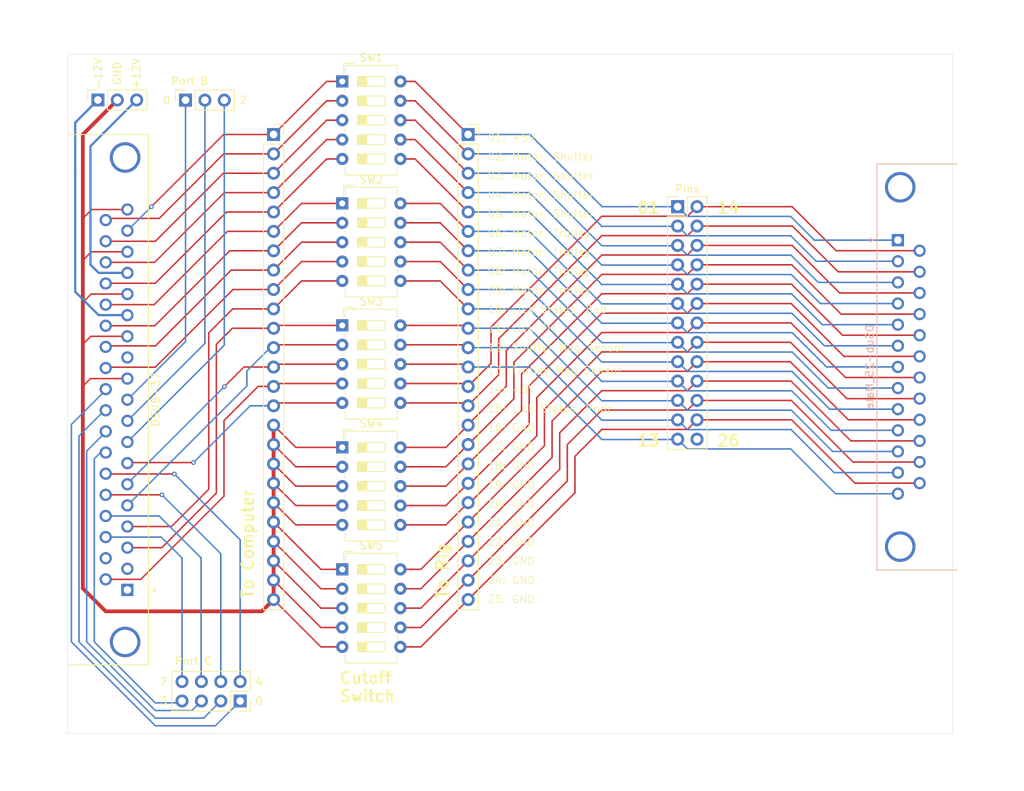
<source format=kicad_pcb>
(kicad_pcb (version 20240108) (generator "pcbnew") (generator_version "8.0")
  (layers (0 "F.Cu" signal) (31 "B.Cu" signal) (34 "B.Paste" user) (35 "F.Paste" user) (36 "B.SilkS" user "B.Silkscreen") (37 "F.SilkS" user "F.Silkscreen") (38 "B.Mask" user) (39 "F.Mask" user) (44 "Edge.Cuts" user))
  (net 0 "")
  (footprint "MountingHole:MountingHole_2mm" (layer "F.Cu") (at 231 54.5)
    (property "Reference" "REF**" (hide yes))
    (property "Value" "MountingHole_2mm")
  )
  (footprint "Connector_Dsub:DSUB-37_Female_Horizontal_P2.77x2.84mm_EdgePinOffset4.94mm_Housed_MountingHolesOffset7.48mm" (layer "F.Cu") (at 127.84 120.195 -90)
    (property "Reference" "DSUB-37")
    (property "Value" "DSUB-37_Female_Horizontal_P2.77x2.84mm_EdgePinOffset4.94mm_Housed_MountingHolesOffset7.48mm")
  )
  (footprint "Connector_PinSocket_2.54mm:PinSocket_1x25_P2.54mm_Vertical" (layer "F.Cu") (at 172.5 60.5)
    (property "Reference" "REF**" (hide yes))
    (property "Value" "PinSocket_1x25_P2.54mm_Vertical")
  )
  (footprint "Button_Switch_THT:SW_DIP_SPSTx05_Slide_6.7x14.26mm_W7.62mm_P2.54mm_LowProfile" (layer "F.Cu") (at 156 117.5)
    (property "Reference" "SW5")
    (property "Value" "SW_DIP_SPSTx05_Slide_6.7x14.26mm_W7.62mm_P2.54mm_LowProfile")
  )
  (footprint "Connector_PinHeader_2.54mm:PinHeader_2x13_P2.54mm_Vertical" (layer "F.Cu") (at 199.96 69.96)
    (property "Reference" "Pins")
    (property "Value" "PinHeader_2x13_P2.54mm_Vertical")
  )
  (footprint "MountingHole:MountingHole_2mm" (layer "F.Cu") (at 231 134.5)
    (property "Reference" "REF**" (hide yes))
    (property "Value" "MountingHole_2mm")
  )
  (footprint "Connector_PinSocket_2.54mm:PinSocket_1x03_P2.54mm_Vertical" (layer "F.Cu") (at 135.46 56 90)
    (property "Reference" "Port B")
    (property "Value" "PinSocket_1x03_P2.54mm_Vertical")
  )
  (footprint "Connector_PinSocket_2.54mm:PinSocket_2x04_P2.54mm_Vertical" (layer "F.Cu") (at 142.62 134.749999 -90)
    (property "Reference" "Port C")
    (property "Value" "PinSocket_2x04_P2.54mm_Vertical")
  )
  (footprint "Button_Switch_THT:SW_DIP_SPSTx05_Slide_6.7x14.26mm_W7.62mm_P2.54mm_LowProfile" (layer "F.Cu") (at 156 69.535625)
    (property "Reference" "SW2")
    (property "Value" "SW_DIP_SPSTx05_Slide_6.7x14.26mm_W7.62mm_P2.54mm_LowProfile")
  )
  (footprint "Connector_PinSocket_2.54mm:PinSocket_1x25_P2.54mm_Vertical" (layer "F.Cu") (at 147 60.5)
    (property "Reference" "REF**" (hide yes))
    (property "Value" "PinSocket_1x25_P2.54mm_Vertical")
  )
  (footprint "Button_Switch_THT:SW_DIP_SPSTx05_Slide_6.7x14.26mm_W7.62mm_P2.54mm_LowProfile" (layer "F.Cu") (at 156 53.5475)
    (property "Reference" "SW1")
    (property "Value" "SW_DIP_SPSTx05_Slide_6.7x14.26mm_W7.62mm_P2.54mm_LowProfile")
  )
  (footprint "Button_Switch_THT:SW_DIP_SPSTx05_Slide_6.7x14.26mm_W7.62mm_P2.54mm_LowProfile" (layer "F.Cu") (at 156 101.511875)
    (property "Reference" "SW4")
    (property "Value" "SW_DIP_SPSTx05_Slide_6.7x14.26mm_W7.62mm_P2.54mm_LowProfile")
  )
  (footprint "Button_Switch_THT:SW_DIP_SPSTx05_Slide_6.7x14.26mm_W7.62mm_P2.54mm_LowProfile" (layer "F.Cu") (at 156 85.52375)
    (property "Reference" "SW3")
    (property "Value" "SW_DIP_SPSTx05_Slide_6.7x14.26mm_W7.62mm_P2.54mm_LowProfile")
  )
  (footprint "Connector_PinSocket_2.54mm:PinSocket_1x03_P2.54mm_Vertical" (layer "F.Cu") (at 123.975 55.975 90)
    (property "Reference" "GND")
    (property "Value" "PinSocket_1x03_P2.54mm_Vertical")
  )
  (footprint "Connector_Dsub:DSUB-25_Male_Horizontal_P2.77x2.84mm_EdgePinOffset4.94mm_Housed_MountingHolesOffset7.48mm" (layer "B.Cu") (at 228.831973 74.347235 -90)
    (property "Reference" "DSub-25_Male")
    (property "Value" "DSUB-25_Male_Horizontal_P2.77x2.84mm_EdgePinOffset4.94mm_Housed_MountingHolesOffset7.48mm")
  )
  (gr_rect (start 120 50) (end 236 139) (stroke (width 0.05)) (fill none) (layer "Edge.Cuts"))
  (gr_text "10: Lick Status, Bad" (at 175 84 0) (layer "F.SilkS") (effects (font (size 1 1) (thickness 0.1)) (justify left bottom)))
  (gr_text "20: GND" (at 175 109.5 0) (layer "F.SilkS") (effects (font (size 1 1) (thickness 0.1)) (justify left bottom)))
  (gr_text "23: GND" (at 175 117 0) (layer "F.SilkS") (effects (font (size 1 1) (thickness 0.1)) (justify left bottom)))
  (gr_text "13" (at 194.5 101.5 0) (layer "F.SilkS") (effects (font (size 1.5 1.5) (thickness 0.3) (bold yes)) (justify left bottom)))
  (gr_text "11: Lick TTL" (at 175 86.5 0) (layer "F.SilkS") (effects (font (size 1 1) (thickness 0.1)) (justify left bottom)))
  (gr_text "07: Motor, Trolley" (at 175 76.5 0) (layer "F.SilkS") (effects (font (size 1 1) (thickness 0.1)) (justify left bottom)))
  (gr_text "06: Motor, Trolley" (at 175 74 0) (layer "F.SilkS") (effects (font (size 1 1) (thickness 0.1)) (justify left bottom)))
  (gr_text "-12V" (at 124 52.5 90) (layer "F.SilkS") (effects (font (size 1 1))))
  (gr_text "22: GND" (at 175 114.5 0) (layer "F.SilkS") (effects (font (size 1 1) (thickness 0.1)) (justify left bottom)))
  (gr_text "04: Motor, Shutter" (at 175 69 0) (layer "F.SilkS") (effects (font (size 1 1) (thickness 0.1)) (justify left bottom)))
  (gr_text "08: Motor, Trolley" (at 175 79 0) (layer "F.SilkS") (effects (font (size 1 1) (thickness 0.1)) (justify left bottom)))
  (gr_text "15: Lick Status, Poor" (at 175 97 0) (layer "F.SilkS") (effects (font (size 1 1) (thickness 0.1)) (justify left bottom)))
  (gr_text "7" (at 132.58 132.249999 0) (layer "F.SilkS") (effects (font (size 1 1))))
  (gr_text "13: Trolley Mag Sensor" (at 175 92 0) (layer "F.SilkS") (effects (font (size 1 1) (thickness 0.1)) (justify left bottom)))
  (gr_text "05: Motor, Shutter" (at 175 71.5 0) (layer "F.SilkS") (effects (font (size 1 1) (thickness 0.1)) (justify left bottom)))
  (gr_text "24: GND" (at 175 119.5 0) (layer "F.SilkS") (effects (font (size 1 1) (thickness 0.1)) (justify left bottom)))
  (gr_text "03: Motor, Shutter" (at 175 66.5 0) (layer "F.SilkS") (effects (font (size 1 1) (thickness 0.1)) (justify left bottom)))
  (gr_text "To Computer" (at 144.5 121.5 90) (layer "F.SilkS") (effects (font (size 1.5 1.5) (thickness 0.3) (bold yes)) (justify left bottom)))
  (gr_text "14" (at 205 71 0) (layer "F.SilkS") (effects (font (size 1.5 1.5) (thickness 0.3) (bold yes)) (justify left bottom)))
  (gr_text "To Rig" (at 170 121.5 90) (layer "F.SilkS") (effects (font (size 1.5 1.5) (thickness 0.3) (bold yes)) (justify left bottom)))
  (gr_text "26" (at 205 101.5 0) (layer "F.SilkS") (effects (font (size 1.5 1.5) (thickness 0.3) (bold yes)) (justify left bottom)))
  (gr_text "25: GND" (at 175 122 0) (layer "F.SilkS") (effects (font (size 1 1) (thickness 0.1)) (justify left bottom)))
  (gr_text "17: GND" (at 175 102 0) (layer "F.SilkS") (effects (font (size 1 1) (thickness 0.1)) (justify left bottom)))
  (gr_text "16: GND" (at 175 99.5 0) (layer "F.SilkS") (effects (font (size 1 1) (thickness 0.1)) (justify left bottom)))
  (gr_text "4" (at 145.08 132.249999 0) (layer "F.SilkS") (effects (font (size 1 1))))
  (gr_text "2" (at 143 56 0) (layer "F.SilkS") (effects (font (size 1 1))))
  (gr_text "18: GND" (at 175 104.5 0) (layer "F.SilkS") (effects (font (size 1 1) (thickness 0.1)) (justify left bottom)))
  (gr_text "21: GND" (at 175 112 0) (layer "F.SilkS") (effects (font (size 1 1) (thickness 0.1)) (justify left bottom)))
  (gr_text "+12V" (at 129 52.5 90) (layer "F.SilkS") (effects (font (size 1 1))))
  (gr_text "02: Motor, Shutter" (at 175 64 0) (layer "F.SilkS") (effects (font (size 1 1) (thickness 0.1)) (justify left bottom)))
  (gr_text "0" (at 145.08 134.749999 0) (layer "F.SilkS") (effects (font (size 1 1))))
  (gr_text "0" (at 133 56 0) (layer "F.SilkS") (effects (font (size 1 1))))
  (gr_text "19: GND" (at 175 107 0) (layer "F.SilkS") (effects (font (size 1 1) (thickness 0.1)) (justify left bottom)))
  (gr_text "09: Motor, Trolley" (at 175 81.5 0) (layer "F.SilkS") (effects (font (size 1 1) (thickness 0.1)) (justify left bottom)))
  (gr_text "14: +5V" (at 175 94.5 0) (layer "F.SilkS") (effects (font (size 1 1) (thickness 0.1)) (justify left bottom)))
  (gr_text "12: Shutter Mag Sensor" (at 175 89 0) (layer "F.SilkS") (effects (font (size 1 1) (thickness 0.1)) (justify left bottom)))
  (gr_text "Cutoff\nSwitch" (at 155.5 135 0) (layer "F.SilkS") (effects (font (size 1.5 1.5) (thickness 0.3) (bold yes)) (justify left bottom)))
  (gr_text "01" (at 194.5 71 0) (layer "F.SilkS") (effects (font (size 1.5 1.5) (thickness 0.3) (bold yes)) (justify left bottom)))
  (gr_text "01: +5V" (at 175 61.5 0) (layer "F.SilkS") (effects (font (size 1 1) (thickness 0.1)) (justify left bottom)))
  (gr_text "3" (at 132.58 134.749999 0) (layer "F.SilkS") (effects (font (size 1 1))))
  (segment (start 127.84 81.415) (end 123.085 81.415) (width 0.2) (layer "F.Cu") (net 0))
  (segment (start 201.216389 76.299045) (end 201.215378 76.298034) (width 0.2) (layer "F.Cu") (net 0))
  (segment (start 175.5 90.5) (end 175.5 85.737489) (width 0.2) (layer "F.Cu") (net 0))
  (segment (start 163.62 79.695625) (end 168.835625 79.695625) (width 0.2) (layer "F.Cu") (net 0))
  (segment (start 169.588125 106.591875) (end 172.5 103.68) (width 0.2) (layer "F.Cu") (net 0))
  (segment (start 201.222566 99.158034) (end 201.232266 99.167734) (width 0.2) (layer "F.Cu") (net 0))
  (segment (start 201.190812 78.838034) (end 201.216389 78.863611) (width 0.2) (layer "F.Cu") (net 0))
  (segment (start 147.37625 95.68375) (end 147 96.06) (width 0.2) (layer "F.Cu") (net 0))
  (segment (start 149.911875 104.051875) (end 147 101.14) (width 0.2) (layer "F.Cu") (net 0))
  (segment (start 125 123) (end 145.46 123) (width 0.5) (layer "F.Cu") (net 0))
  (segment (start 140.544572 68.12) (end 131.404572 77.26) (width 0.2) (layer "F.Cu") (net 0))
  (segment (start 186.5 107.46) (end 186.5 102.677489) (width 0.2) (layer "F.Cu") (net 0))
  (segment (start 231.671973 103.432235) (end 222.932235 103.432235) (width 0.2) (layer "F.Cu") (net 0))
  (segment (start 169.588125 111.671875) (end 172.5 108.76) (width 0.2) (layer "F.Cu") (net 0))
  (segment (start 186.5 102.677489) (end 190.019455 99.158034) (width 0.2) (layer "F.Cu") (net 0))
  (segment (start 132 71.5) (end 125.22 71.5) (width 0.2) (layer "F.Cu") (net 0))
  (segment (start 140.94686 73.2) (end 131.34686 82.8) (width 0.2) (layer "F.Cu") (net 0))
  (segment (start 141.64 83.36) (end 138.5 86.5) (width 0.2) (layer "F.Cu") (net 0))
  (segment (start 156 104.051875) (end 149.911875 104.051875) (width 0.2) (layer "F.Cu") (net 0))
  (segment (start 156 127.66) (end 153.2 127.66) (width 0.2) (layer "F.Cu") (net 0))
  (segment (start 165.5475 58.6275) (end 172.5 65.58) (width 0.2) (layer "F.Cu") (net 0))
  (segment (start 231.671973 97.892235) (end 222.332235 97.892235) (width 0.2) (layer "F.Cu") (net 0))
  (segment (start 201.190029 96.618034) (end 201.216389 96.644394) (width 0.2) (layer "F.Cu") (net 0))
  (segment (start 122 71.5) (end 122 77) (width 0.5) (layer "F.Cu") (net 0))
  (segment (start 141.6 85.9) (end 139.5 88) (width 0.2) (layer "F.Cu") (net 0))
  (segment (start 172.5 93.5) (end 175.5 90.5) (width 0.2) (layer "F.Cu") (net 0))
  (segment (start 150.664375 77.155625) (end 147 80.82) (width 0.2) (layer "F.Cu") (net 0))
  (segment (start 201.23238 94.078034) (end 201.246242 94.091896) (width 0.2) (layer "F.Cu") (net 0))
  (segment (start 149.911875 106.591875) (end 147 103.68) (width 0.2) (layer "F.Cu") (net 0))
  (segment (start 149.911875 109.131875) (end 147 106.22) (width 0.2) (layer "F.Cu") (net 0))
  (segment (start 125.11 91) (end 125 91.11) (width 0.2) (layer "F.Cu") (net 0))
  (segment (start 201.261169 91.518831) (end 202.5 90.28) (width 0.2) (layer "F.Cu") (net 0))
  (segment (start 147.37625 88.06375) (end 147 88.44) (width 0.2) (layer "F.Cu") (net 0))
  (segment (start 221.002235 78.502235) (end 215 72.5) (width 0.2) (layer "F.Cu") (net 0))
  (segment (start 156 61.1675) (end 153.9525 61.1675) (width 0.2) (layer "F.Cu") (net 0))
  (segment (start 190.019455 94.078034) (end 201.23238 94.078034) (width 0.2) (layer "F.Cu") (net 0))
  (segment (start 202.498001 82.66) (end 201.201462 83.956539) (width 0.2) (layer "F.Cu") (net 0))
  (segment (start 176.5 92) (end 176.5 87.277489) (width 0.2) (layer "F.Cu") (net 0))
  (segment (start 202.5 82.66) (end 214.84 82.66) (width 0.2) (layer "F.Cu") (net 0))
  (segment (start 172.74 108.76) (end 181.5 100) (width 0.2) (layer "F.Cu") (net 0))
  (segment (start 183.5 102.84) (end 183.5 98.057489) (width 0.2) (layer "F.Cu") (net 0))
  (segment (start 147 75.74) (end 141.26 75.74) (width 0.2) (layer "F.Cu") (net 0))
  (segment (start 180.5 98.5) (end 180.5 93.437489) (width 0.2) (layer "F.Cu") (net 0))
  (segment (start 156 53.5475) (end 153.9525 53.5475) (width 0.2) (layer "F.Cu") (net 0))
  (segment (start 172.5 103.68) (end 179.5 96.68) (width 0.2) (layer "F.Cu") (net 0))
  (segment (start 131.513712 88.204579) (end 125.135421 88.204579) (width 0.2) (layer "F.Cu") (net 0))
  (segment (start 172.12375 93.14375) (end 172.5 93.52) (width 0.2) (layer "F.Cu") (net 0))
  (segment (start 141.68 80.82) (end 131.5 91) (width 0.2) (layer "F.Cu") (net 0))
  (segment (start 223.202235 106.202235) (end 214.9 97.9) (width 0.2) (layer "F.Cu") (net 0))
  (segment (start 202.5 97.9) (end 214.9 97.9) (width 0.2) (layer "F.Cu") (net 0))
  (segment (start 201.216389 89.023611) (end 201.216389 89.031681) (width 0.2) (layer "F.Cu") (net 0))
  (segment (start 156 69.535625) (end 150.664375 69.535625) (width 0.2) (layer "F.Cu") (net 0))
  (segment (start 231.671973 81.272235) (end 221.192235 81.272235) (width 0.2) (layer "F.Cu") (net 0))
  (segment (start 132.345 114.655) (end 127.84 114.655) (width 0.2) (layer "F.Cu") (net 0))
  (segment (start 202.5 75.04) (end 214.96 75.04) (width 0.2) (layer "F.Cu") (net 0))
  (segment (start 123.165 70.335) (end 122 71.5) (width 0.2) (layer "F.Cu") (net 0))
  (segment (start 231.671973 95.122235) (end 222.142235 95.122235) (width 0.2) (layer "F.Cu") (net 0))
  (segment (start 138.5 107) (end 133.615 111.885) (width 0.2) (layer "F.Cu") (net 0))
  (segment (start 166.3 125.12) (end 172.5 118.92) (width 0.2) (layer "F.Cu") (net 0))
  (segment (start 165.5475 56.0875) (end 172.5 63.04) (width 0.2) (layer "F.Cu") (net 0))
  (segment (start 122 82.5) (end 122 88) (width 0.5) (layer "F.Cu") (net 0))
  (segment (start 122 93.5) (end 122 120) (width 0.5) (layer "F.Cu") (net 0))
  (segment (start 202.5 85.2) (end 214.8 85.2) (width 0.2) (layer "F.Cu") (net 0))
  (segment (start 202.475434 75.04) (end 201.216389 76.299045) (width 0.2) (layer "F.Cu") (net 0))
  (segment (start 201.230228 71.218034) (end 190.019455 71.218034) (width 0.2) (layer "F.Cu") (net 0))
  (segment (start 163.62 127.66) (end 166.3 127.66) (width 0.2) (layer "F.Cu") (net 0))
  (segment (start 175.5 85.737489) (end 190.019455 71.218034) (width 0.2) (layer "F.Cu") (net 0))
  (segment (start 201.162957 83.918034) (end 201.201462 83.956539) (width 0.2) (layer "F.Cu") (net 0))
  (segment (start 201.216389 81.404041) (end 202.5 80.12043) (width 0.2) (layer "F.Cu") (net 0))
  (segment (start 172.5 98.6) (end 172.5 98.5) (width 0.2) (layer "F.Cu") (net 0))
  (segment (start 140.84 70.66) (end 131.5 80) (width 0.2) (layer "F.Cu") (net 0))
  (segment (start 202.5 69.96) (end 201.236097 71.223903) (width 0.2) (layer "F.Cu") (net 0))
  (segment (start 201.216389 96.644394) (end 202.5 95.360783) (width 0.2) (layer "F.Cu") (net 0))
  (segment (start 201.231316 73.746547) (end 201.219829 73.758034) (width 0.2) (layer "F.Cu") (net 0))
  (segment (start 168.835625 77.155625) (end 172.5 80.82) (width 0.2) (layer "F.Cu") (net 0))
  (segment (start 147 68.12) (end 140.544572 68.12) (width 0.2) (layer "F.Cu") (net 0))
  (segment (start 172.5 101.14) (end 178.5 95.14) (width 0.2) (layer "F.Cu") (net 0))
  (segment (start 145.46 123) (end 147 121.46) (width 0.5) (layer "F.Cu") (net 0))
  (segment (start 202.5 97.9) (end 201.232266 99.167734) (width 0.2) (layer "F.Cu") (net 0))
  (segment (start 147 83.36) (end 141.64 83.36) (width 0.2) (layer "F.Cu") (net 0))
  (segment (start 149.911875 111.671875) (end 147 108.76) (width 0.2) (layer "F.Cu") (net 0))
  (segment (start 156 56.0875) (end 153.9525 56.0875) (width 0.2) (layer "F.Cu") (net 0))
  (segment (start 201.232266 99.167734) (end 201.229697 99.167734) (width 0.2) (layer "F.Cu") (net 0))
  (segment (start 131.5 80) (end 125.03 80) (width 0.2) (layer "F.Cu") (net 0))
  (segment (start 131.5 91) (end 125.11 91) (width 0.2) (layer "F.Cu") (net 0))
  (segment (start 163.62 109.131875) (end 169.588125 109.131875) (width 0.2) (layer "F.Cu") (net 0))
  (segment (start 201.190382 81.378034) (end 201.216389 81.404041) (width 0.2) (layer "F.Cu") (net 0))
  (segment (start 131.43 85.57) (end 125 85.57) (width 0.2) (layer "F.Cu") (net 0))
  (segment (start 126.515 55.985) (end 122 60.5) (width 0.5) (layer "F.Cu") (net 0))
  (segment (start 150.664375 69.535625) (end 147 73.2) (width 0.2) (layer "F.Cu") (net 0))
  (segment (start 165.5475 61.1675) (end 172.5 68.12) (width 0.2) (layer "F.Cu") (net 0))
  (segment (start 140.5 98) (end 140.5 107.904575) (width 0.2) (layer "F.Cu") (net 0))
  (segment (start 163.62 93.14375) (end 172.12375 93.14375) (width 0.2) (layer "F.Cu") (net 0))
  (segment (start 172.12375 95.68375) (end 172.5 96.06) (width 0.2) (layer "F.Cu") (net 0))
  (segment (start 202.5 75.04) (end 202.475434 75.04) (width 0.2) (layer "F.Cu") (net 0))
  (segment (start 150.664375 74.615625) (end 147 78.28) (width 0.2) (layer "F.Cu") (net 0))
  (segment (start 202.5 77.58) (end 201.216389 78.863611) (width 0.2) (layer "F.Cu") (net 0))
  (segment (start 165.5475 63.7075) (end 172.5 70.66) (width 0.2) (layer "F.Cu") (net 0))
  (segment (start 163.62 74.615625) (end 168.835625 74.615625) (width 0.2) (layer "F.Cu") (net 0))
  (segment (start 132.362856 107.73) (end 132.371428 107.721428) (width 0.2) (layer "F.Cu") (net 0))
  (segment (start 163.62 77.155625) (end 168.835625 77.155625) (width 0.2) (layer "F.Cu") (net 0))
  (segment (start 140.46 63.04) (end 132 71.5) (width 0.2) (layer "F.Cu") (net 0))
  (segment (start 176.5 87.277489) (end 190.019455 73.758034) (width 0.2) (layer "F.Cu") (net 0))
  (segment (start 125 107.73) (end 132.362856 107.73) (width 0.2) (layer "F.Cu") (net 0))
  (segment (start 140.445 60.5) (end 130.9725 69.9725) (width 0.2) (layer "F.Cu") (net 0))
  (segment (start 163.62 90.60375) (end 172.12375 90.60375) (width 0.2) (layer "F.Cu") (net 0))
  (segment (start 190.019455 78.838034) (end 201.190812 78.838034) (width 0.2) (layer "F.Cu") (net 0))
  (segment (start 179.5 91.897489) (end 190.019455 81.378034) (width 0.2) (layer "F.Cu") (net 0))
  (segment (start 123.005 92.495) (end 122 93.5) (width 0.2) (layer "F.Cu") (net 0))
  (segment (start 220.732235 75.732235) (end 214.96 69.96) (width 0.2) (layer "F.Cu") (net 0))
  (segment (start 163.62 117.5) (end 166.3 117.5) (width 0.2) (layer "F.Cu") (net 0))
  (segment (start 163.62 104.051875) (end 169.588125 104.051875) (width 0.2) (layer "F.Cu") (net 0))
  (segment (start 163.62 53.5475) (end 165.5475 53.5475) (width 0.2) (layer "F.Cu") (net 0))
  (segment (start 156 85.52375) (end 147.37625 85.52375) (width 0.2) (layer "F.Cu") (net 0))
  (segment (start 163.62 106.591875) (end 169.588125 106.591875) (width 0.2) (layer "F.Cu") (net 0))
  (segment (start 156 95.68375) (end 147.37625 95.68375) (width 0.2) (layer "F.Cu") (net 0))
  (segment (start 231.671973 106.202235) (end 223.202235 106.202235) (width 0.2) (layer "F.Cu") (net 0))
  (segment (start 140.42 65.58) (end 131.5 74.5) (width 0.2) (layer "F.Cu") (net 0))
  (segment (start 163.62 95.68375) (end 172.12375 95.68375) (width 0.2) (layer "F.Cu") (net 0))
  (segment (start 156 77.155625) (end 150.664375 77.155625) (width 0.2) (layer "F.Cu") (net 0))
  (segment (start 125.135421 88.204579) (end 125 88.34) (width 0.2) (layer "F.Cu") (net 0))
  (segment (start 147 85.9) (end 141.6 85.9) (width 0.2) (layer "F.Cu") (net 0))
  (segment (start 156 122.58) (end 153.2 122.58) (width 0.2) (layer "F.Cu") (net 0))
  (segment (start 163.62 120.04) (end 166.3 120.04) (width 0.2) (layer "F.Cu") (net 0))
  (segment (start 125.04 105) (end 134 105) (width 0.2) (layer "F.Cu") (net 0))
  (segment (start 147 70.66) (end 140.84 70.66) (width 0.2) (layer "F.Cu") (net 0))
  (segment (start 183.5 98.057489) (end 190.019455 91.538034) (width 0.2) (layer "F.Cu") (net 0))
  (segment (start 172.5 113.84) (end 183.5 102.84) (width 0.2) (layer "F.Cu") (net 0))
  (segment (start 125.03 80) (end 125 80.03) (width 0.2) (layer "F.Cu") (net 0))
  (segment (start 202.5 82.66) (end 202.498001 82.66) (width 0.2) (layer "F.Cu") (net 0))
  (segment (start 129.594575 118.81) (end 125 118.81) (width 0.2) (layer "F.Cu") (net 0))
  (segment (start 201.236097 71.223903) (end 201.230228 71.218034) (width 0.2) (layer "F.Cu") (net 0))
  (segment (start 153.2 127.66) (end 147 121.46) (width 0.2) (layer "F.Cu") (net 0))
  (segment (start 153.9525 63.7075) (end 147 70.66) (width 0.2) (layer "F.Cu") (net 0))
  (segment (start 125.01 74.5) (end 125 74.49) (width 0.2) (layer "F.Cu") (net 0))
  (segment (start 156 120.04) (end 153.2 120.04) (width 0.2) (layer "F.Cu") (net 0))
  (segment (start 156 106.591875) (end 149.911875 106.591875) (width 0.2) (layer "F.Cu") (net 0))
  (segment (start 156 88.06375) (end 147.37625 88.06375) (width 0.2) (layer "F.Cu") (net 0))
  (segment (start 202.5 92.82) (end 214.82 92.82) (width 0.2) (layer "F.Cu") (net 0))
  (segment (start 141.438291 78.28) (end 131.513712 88.204579) (width 0.2) (layer "F.Cu") (net 0))
  (segment (start 156 90.60375) (end 147.37625 90.60375) (width 0.2) (layer "F.Cu") (net 0))
  (segment (start 166.3 127.66) (end 172.5 121.46) (width 0.2) (layer "F.Cu") (net 0))
  (segment (start 166.3 120.04) (end 172.5 113.84) (width 0.2) (layer "F.Cu") (net 0))
  (segment (start 156 79.695625) (end 150.664375 79.695625) (width 0.2) (layer "F.Cu") (net 0))
  (segment (start 201.190812 88.998034) (end 201.216389 89.023611) (width 0.2) (layer "F.Cu") (net 0))
  (segment (start 202.5 80.12) (end 214.88 80.12) (width 0.2) (layer "F.Cu") (net 0))
  (segment (start 172.5 98.5) (end 177.5 93.5) (width 0.2) (layer "F.Cu") (net 0))
  (segment (start 184.5 99.597489) (end 190.019455 94.078034) (width 0.2) (layer "F.Cu") (net 0))
  (segment (start 150.664375 79.695625) (end 147 83.36) (width 0.2) (layer "F.Cu") (net 0))
  (segment (start 172.12375 85.52375) (end 172.5 85.9) (width 0.2) (layer "F.Cu") (net 0))
  (segment (start 153.9525 58.6275) (end 147 65.58) (width 0.2) (layer "F.Cu") (net 0))
  (segment (start 202.5 72.5) (end 201.253453 73.746547) (width 0.2) (layer "F.Cu") (net 0))
  (segment (start 222.662235 100.662235) (end 214.82 92.82) (width 0.2) (layer "F.Cu") (net 0))
  (segment (start 168.835625 79.695625) (end 172.5 83.36) (width 0.2) (layer "F.Cu") (net 0))
  (segment (start 141.26 75.74) (end 131.43 85.57) (width 0.2) (layer "F.Cu") (net 0))
  (segment (start 181.5 94.977489) (end 190.019455 86.458034) (width 0.2) (layer "F.Cu") (net 0))
  (segment (start 202.5 80.12043) (end 202.5 80.12) (width 0.2) (layer "F.Cu") (net 0))
  (segment (start 163.62 85.52375) (end 172.12375 85.52375) (width 0.2) (layer "F.Cu") (net 0))
  (segment (start 201.253453 73.746547) (end 201.231316 73.746547) (width 0.2) (layer "F.Cu") (net 0))
  (segment (start 131.404572 77.26) (end 125 77.26) (width 0.2) (layer "F.Cu") (net 0))
  (segment (start 168.835625 69.535625) (end 172.5 73.2) (width 0.2) (layer "F.Cu") (net 0))
  (segment (start 166.3 117.5) (end 172.5 111.3) (width 0.2) (layer "F.Cu") (net 0))
  (segment (start 127.84 75.875) (end 123.125 75.875) (width 0.2) (layer "F.Cu") (net 0))
  (segment (start 143.205 90.98) (end 147 90.98) (width 0.2) (layer "F.Cu") (net 0))
  (segment (start 202.5 95.36) (end 214.86 95.36) (width 0.2) (layer "F.Cu") (net 0))
  (segment (start 180.5 93.437489) (end 190.019455 83.918034) (width 0.2) (layer "F.Cu") (net 0))
  (segment (start 231.671973 89.582235) (end 221.762235 89.582235) (width 0.2) (layer "F.Cu") (net 0))
  (segment (start 147 93.52) (end 144.98 93.52) (width 0.2) (layer "F.Cu") (net 0))
  (segment (start 201.246242 94.091896) (end 202.5 92.838138) (width 0.2) (layer "F.Cu") (net 0))
  (segment (start 153.9525 56.0875) (end 147 63.04) (width 0.2) (layer "F.Cu") (net 0))
  (segment (start 147 98.6) (end 147 121.46) (width 0.5) (layer "F.Cu") (net 0))
  (segment (start 147 80.82) (end 141.68 80.82) (width 0.2) (layer "F.Cu") (net 0))
  (segment (start 221.382235 84.042235) (end 214.92 77.58) (width 0.2) (layer "F.Cu") (net 0))
  (segment (start 190.019455 86.458034) (end 201.220666 86.458034) (width 0.2) (layer "F.Cu") (net 0))
  (segment (start 221.192235 81.272235) (end 214.96 75.04) (width 0.2) (layer "F.Cu") (net 0))
  (segment (start 231.671973 84.042235) (end 221.382235 84.042235) (width 0.2) (layer "F.Cu") (net 0))
  (segment (start 147 78.28) (end 141.438291 78.28) (width 0.2) (layer "F.Cu") (net 0))
  (segment (start 163.62 125.12) (end 166.3 125.12) (width 0.2) (layer "F.Cu") (net 0))
  (segment (start 147.37625 93.14375) (end 147 93.52) (width 0.2) (layer "F.Cu") (net 0))
  (segment (start 163.62 122.58) (end 166.3 122.58) (width 0.2) (layer "F.Cu") (net 0))
  (segment (start 202.5 69.96) (end 214.96 69.96) (width 0.2) (layer "F.Cu") (net 0))
  (segment (start 126.515 55.975) (end 126.515 55.985) (width 0.2) (layer "F.Cu") (net 0))
  (segment (start 172.5 96.06) (end 172.5 96) (width 0.2) (layer "F.Cu") (net 0))
  (segment (start 231.671973 86.812235) (end 221.572235 86.812235) (width 0.2) (layer "F.Cu") (net 0))
  (segment (start 202.5 85.2) (end 201.231316 86.468684) (width 0.2) (layer "F.Cu") (net 0))
  (segment (start 156 125.12) (end 153.2 125.12) (width 0.2) (layer "F.Cu") (net 0))
  (segment (start 149.911875 101.511875) (end 147 98.6) (width 0.2) (layer "F.Cu") (net 0))
  (segment (start 177.5 93.5) (end 177.5 88.817489) (width 0.2) (layer "F.Cu") (net 0))
  (segment (start 222.142235 95.122235) (end 214.76 87.74) (width 0.2) (layer "F.Cu") (net 0))
  (segment (start 163.62 69.535625) (end 168.835625 69.535625) (width 0.2) (layer "F.Cu") (net 0))
  (segment (start 163.62 101.511875) (end 169.588125 101.511875) (width 0.2) (layer "F.Cu") (net 0))
  (segment (start 201.261169 91.539398) (end 201.261169 91.518831) (width 0.2) (layer "F.Cu") (net 0))
  (segment (start 177.5 88.817489) (end 190.019455 76.298034) (width 0.2) (layer "F.Cu") (net 0))
  (segment (start 153.2 125.12) (end 147 118.92) (width 0.2) (layer "F.Cu") (net 0))
  (segment (start 178.5 95.14) (end 178.5 90.357489) (width 0.2) (layer "F.Cu") (net 0))
  (segment (start 163.62 88.06375) (end 172.12375 88.06375) (width 0.2) (layer "F.Cu") (net 0))
  (segment (start 153.9525 61.1675) (end 147 68.12) (width 0.2) (layer "F.Cu") (net 0))
  (segment (start 184.5 104.38) (end 184.5 99.597489) (width 0.2) (layer "F.Cu") (net 0))
  (segment (start 156 72.075625) (end 150.664375 72.075625) (width 0.2) (layer "F.Cu") (net 0))
  (segment (start 172.5 118.92) (end 185.5 105.92) (width 0.2) (layer "F.Cu") (net 0))
  (segment (start 163.62 61.1675) (end 165.5475 61.1675) (width 0.2) (layer "F.Cu") (net 0))
  (segment (start 156 117.5) (end 153.2 117.5) (width 0.2) (layer "F.Cu") (net 0))
  (segment (start 172.5 116.38) (end 184.5 104.38) (width 0.2) (layer "F.Cu") (net 0))
  (segment (start 178.5 90.357489) (end 190.019455 78.838034) (width 0.2) (layer "F.Cu") (net 0))
  (segment (start 163.62 72.075625) (end 168.835625 72.075625) (width 0.2) (layer "F.Cu") (net 0))
  (segment (start 125.22 71.5) (end 125 71.72) (width 0.2) (layer "F.Cu") (net 0))
  (segment (start 172.12375 90.60375) (end 172.5 90.98) (width 0.2) (layer "F.Cu") (net 0))
  (segment (start 231.671973 100.662235) (end 222.662235 100.662235) (width 0.2) (layer "F.Cu") (net 0))
  (segment (start 202.5 92.838138) (end 202.5 92.82) (width 0.2) (layer "F.Cu") (net 0))
  (segment (start 140.5 107.904575) (end 129.594575 118.81) (width 0.2) (layer "F.Cu") (net 0))
  (segment (start 123.085 81.415) (end 122 82.5) (width 0.2) (layer "F.Cu") (net 0))
  (segment (start 169.588125 104.051875) (end 172.5 101.14) (width 0.2) (layer "F.Cu") (net 0))
  (segment (start 122 88) (end 122 93.5) (width 0.5) (layer "F.Cu") (net 0))
  (segment (start 172.5 121.46) (end 186.5 107.46) (width 0.2) (layer "F.Cu") (net 0))
  (segment (start 202.5 95.360783) (end 202.5 95.36) (width 0.2) (layer "F.Cu") (net 0))
  (segment (start 172.5 96) (end 176.5 92) (width 0.2) (layer "F.Cu") (net 0))
  (segment (start 165.5475 53.5475) (end 172.5 60.5) (width 0.2) (layer "F.Cu") (net 0))
  (segment (start 153.2 120.04) (end 147 113.84) (width 0.2) (layer "F.Cu") (net 0))
  (segment (start 127.915 103.5) (end 127.84 103.575) (width 0.2) (layer "F.Cu") (net 0))
  (segment (start 190.019455 99.158034) (end 201.222566 99.158034) (width 0.2) (layer "F.Cu") (net 0))
  (segment (start 131.34686 82.8) (end 125 82.8) (width 0.2) (layer "F.Cu") (net 0))
  (segment (start 172.12375 88.06375) (end 172.5 88.44) (width 0.2) (layer "F.Cu") (net 0))
  (segment (start 139.5 107.5) (end 132.345 114.655) (width 0.2) (layer "F.Cu") (net 0))
  (segment (start 156 74.615625) (end 150.664375 74.615625) (width 0.2) (layer "F.Cu") (net 0))
  (segment (start 139.5 88) (end 139.5 107.5) (width 0.2) (layer "F.Cu") (net 0))
  (segment (start 221.572235 86.812235) (end 214.88 80.12) (width 0.2) (layer "F.Cu") (net 0))
  (segment (start 163.62 56.0875) (end 165.5475 56.0875) (width 0.2) (layer "F.Cu") (net 0))
  (segment (start 140.54625 93.54625) (end 143.1125 90.98) (width 0.2) (layer "F.Cu") (net 0))
  (segment (start 147 63.04) (end 140.46 63.04) (width 0.2) (layer "F.Cu") (net 0))
  (segment (start 179.5 96.68) (end 179.5 91.897489) (width 0.2) (layer "F.Cu") (net 0))
  (segment (start 147 73.2) (end 140.94686 73.2) (width 0.2) (layer "F.Cu") (net 0))
  (segment (start 156 109.131875) (end 149.911875 109.131875) (width 0.2) (layer "F.Cu") (net 0))
  (segment (start 153.9525 53.5475) (end 147 60.5) (width 0.2) (layer "F.Cu") (net 0))
  (segment (start 231.671973 78.502235) (end 221.002235 78.502235) (width 0.2) (layer "F.Cu") (net 0))
  (segment (start 153.2 117.5) (end 147 111.3) (width 0.2) (layer "F.Cu") (net 0))
  (segment (start 201.220666 86.458034) (end 201.231316 86.468684) (width 0.2) (layer "F.Cu") (net 0))
  (segment (start 144.98 93.52) (end 140.5 98) (width 0.2) (layer "F.Cu") (net 0))
  (segment (start 122 60.5) (end 122 71.5) (width 0.5) (layer "F.Cu") (net 0))
  (segment (start 122 77) (end 122 82.5) (width 0.5) (layer "F.Cu") (net 0))
  (segment (start 156 101.511875) (end 149.911875 101.511875) (width 0.2) (layer "F.Cu") (net 0))
  (segment (start 127.84 70.335) (end 123.165 70.335) (width 0.2) (layer "F.Cu") (net 0))
  (segment (start 201.231316 86.468684) (end 201.231316 86.49411) (width 0.2) (layer "F.Cu") (net 0))
  (segment (start 172.5 108.76) (end 172.74 108.76) (width 0.2) (layer "F.Cu") (net 0))
  (segment (start 172.78 106.22) (end 180.5 98.5) (width 0.2) (layer "F.Cu") (net 0))
  (segment (start 221.762235 89.582235) (end 214.84 82.66) (width 0.2) (layer "F.Cu") (net 0))
  (segment (start 202.5 87.74) (end 214.76 87.74) (width 0.2) (layer "F.Cu") (net 0))
  (segment (start 172.5 93.52) (end 172.5 93.5) (width 0.2) (layer "F.Cu") (net 0))
  (segment (start 166.3 122.58) (end 172.5 116.38) (width 0.2) (layer "F.Cu") (net 0))
  (segment (start 172.5 111.3) (end 182.5 101.3) (width 0.2) (layer "F.Cu") (net 0))
  (segment (start 185.5 105.92) (end 185.5 101.137489) (width 0.2) (layer "F.Cu") (net 0))
  (segment (start 190.019455 88.998034) (end 201.190812 88.998034) (width 0.2) (layer "F.Cu") (net 0))
  (segment (start 156 93.14375) (end 147.37625 93.14375) (width 0.2) (layer "F.Cu") (net 0))
  (segment (start 131.5 74.5) (end 125.01 74.5) (width 0.2) (layer "F.Cu") (net 0))
  (segment (start 202.5 90.28) (end 214.72 90.28) (width 0.2) (layer "F.Cu") (net 0))
  (segment (start 231.671973 92.352235) (end 221.952235 92.352235) (width 0.2) (layer "F.Cu") (net 0))
  (segment (start 182.5 96.517489) (end 190.019455 88.998034) (width 0.2) (layer "F.Cu") (net 0))
  (segment (start 182.5 101.3) (end 182.5 96.517489) (width 0.2) (layer "F.Cu") (net 0))
  (segment (start 190.019455 83.918034) (end 201.162957 83.918034) (width 0.2) (layer "F.Cu") (net 0))
  (segment (start 190.019455 91.538034) (end 201.259805 91.538034) (width 0.2) (layer "F.Cu") (net 0))
  (segment (start 190.019455 81.378034) (end 201.190382 81.378034) (width 0.2) (layer "F.Cu") (net 0))
  (segment (start 185.5 101.137489) (end 190.019455 96.618034) (width 0.2) (layer "F.Cu") (net 0))
  (segment (start 136.5 103.5) (end 127.915 103.5) (width 0.2) (layer "F.Cu") (net 0))
  (segment (start 190.019455 96.618034) (end 201.190029 96.618034) (width 0.2) (layer "F.Cu") (net 0))
  (segment (start 138.5 86.5) (end 138.5 107) (width 0.2) (layer "F.Cu") (net 0))
  (segment (start 123.045 86.955) (end 122 88) (width 0.2) (layer "F.Cu") (net 0))
  (segment (start 147.37625 90.60375) (end 147 90.98) (width 0.2) (layer "F.Cu") (net 0))
  (segment (start 153.2 122.58) (end 147 116.38) (width 0.2) (layer "F.Cu") (net 0))
  (segment (start 147.37625 85.52375) (end 147 85.9) (width 0.2) (layer "F.Cu") (net 0))
  (segment (start 147 65.58) (end 140.42 65.58) (width 0.2) (layer "F.Cu") (net 0))
  (segment (start 202.5 77.58) (end 214.92 77.58) (width 0.2) (layer "F.Cu") (net 0))
  (segment (start 221.952235 92.352235) (end 214.8 85.2) (width 0.2) (layer "F.Cu") (net 0))
  (segment (start 133.615 111.885) (end 127.84 111.885) (width 0.2) (layer "F.Cu") (net 0))
  (segment (start 202.5 87.74) (end 201.216389 89.023611) (width 0.2) (layer "F.Cu") (net 0))
  (segment (start 201.259805 91.538034) (end 201.261169 91.539398) (width 0.2) (layer "F.Cu") (net 0))
  (segment (start 156 63.7075) (end 153.9525 63.7075) (width 0.2) (layer "F.Cu") (net 0))
  (segment (start 156 111.671875) (end 149.911875 111.671875) (width 0.2) (layer "F.Cu") (net 0))
  (segment (start 222.332235 97.892235) (end 214.72 90.28) (width 0.2) (layer "F.Cu") (net 0))
  (segment (start 127.84 86.955) (end 123.045 86.955) (width 0.2) (layer "F.Cu") (net 0))
  (segment (start 201.219829 73.758034) (end 190.019455 73.758034) (width 0.2) (layer "F.Cu") (net 0))
  (segment (start 168.835625 72.075625) (end 172.5 75.74) (width 0.2) (layer "F.Cu") (net 0))
  (segment (start 163.62 111.671875) (end 169.588125 111.671875) (width 0.2) (layer "F.Cu") (net 0))
  (segment (start 147 60.5) (end 140.445 60.5) (width 0.2) (layer "F.Cu") (net 0))
  (segment (start 202.5 72.5) (end 215 72.5) (width 0.2) (layer "F.Cu") (net 0))
  (segment (start 168.835625 74.615625) (end 172.5 78.28) (width 0.2) (layer "F.Cu") (net 0))
  (segment (start 172.5 106.22) (end 172.78 106.22) (width 0.2) (layer "F.Cu") (net 0))
  (segment (start 181.5 100) (end 181.5 94.977489) (width 0.2) (layer "F.Cu") (net 0))
  (segment (start 156 58.6275) (end 153.9525 58.6275) (width 0.2) (layer "F.Cu") (net 0))
  (segment (start 222.932235 103.432235) (end 214.86 95.36) (width 0.2) (layer "F.Cu") (net 0))
  (segment (start 123.125 75.875) (end 122 77) (width 0.2) (layer "F.Cu") (net 0))
  (segment (start 150.664375 72.075625) (end 147 75.74) (width 0.2) (layer "F.Cu") (net 0))
  (segment (start 163.62 63.7075) (end 165.5475 63.7075) (width 0.2) (layer "F.Cu") (net 0))
  (segment (start 122 120) (end 125 123) (width 0.5) (layer "F.Cu") (net 0))
  (segment (start 201.215378 76.298034) (end 190.019455 76.298034) (width 0.2) (layer "F.Cu") (net 0))
  (segment (start 201.236097 71.223903) (end 201.231316 71.223903) (width 0.2) (layer "F.Cu") (net 0))
  (segment (start 201.216389 78.863611) (end 201.216389 78.86647) (width 0.2) (layer "F.Cu") (net 0))
  (segment (start 125 104.96) (end 125.04 105) (width 0.2) (layer "F.Cu") (net 0))
  (segment (start 163.62 58.6275) (end 165.5475 58.6275) (width 0.2) (layer "F.Cu") (net 0))
  (segment (start 169.588125 101.511875) (end 172.5 98.6) (width 0.2) (layer "F.Cu") (net 0))
  (segment (start 127.84 92.495) (end 123.005 92.495) (width 0.2) (layer "F.Cu") (net 0))
  (segment (start 169.588125 109.131875) (end 172.5 106.22) (width 0.2) (layer "F.Cu") (net 0))
  (segment (start 231.671973 75.732235) (end 220.732235 75.732235) (width 0.2) (layer "F.Cu") (net 0))
  (via (at 130.9725 69.9725) (size 0.6) (drill 0.3) (layers "F.Cu" "B.Cu") (net 0))
  (via (at 136.5 103.5) (size 0.6) (drill 0.3) (layers "F.Cu" "B.Cu") (net 0))
  (via (at 132.362856 107.73) (size 0.6) (drill 0.3) (layers "F.Cu" "B.Cu") (net 0))
  (via (at 140.54625 93.54625) (size 0.6) (drill 0.3) (layers "F.Cu" "B.Cu") (net 0))
  (via (at 134 105) (size 0.6) (drill 0.3) (layers "F.Cu" "B.Cu") (net 0))
  (segment (start 172.5 85.9) (end 180.519455 85.9) (width 0.2) (layer "B.Cu") (net 0))
  (segment (start 214.936342 83.936342) (end 201.236342 83.936342) (width 0.2) (layer "B.Cu") (net 0))
  (segment (start 214.863658 96.636342) (end 201.236342 96.636342) (width 0.2) (layer "B.Cu") (net 0))
  (segment (start 228.831973 96.507235) (end 219.894551 96.507235) (width 0.2) (layer "B.Cu") (net 0))
  (segment (start 201.236342 76.316342) (end 199.96 75.04) (width 0.2) (layer "B.Cu") (net 0))
  (segment (start 124.31 102.19) (end 123.5 103) (width 0.2) (layer "B.Cu") (net 0))
  (segment (start 201.236342 71.236342) (end 199.96 69.96) (width 0.2) (layer "B.Cu") (net 0))
  (segment (start 199.96 69.96) (end 190.059455 69.96) (width 0.2) (layer "B.Cu") (net 0))
  (segment (start 219.704551 93.737235) (end 214.983658 89.016342) (width 0.2) (layer "B.Cu") (net 0))
  (segment (start 180.519455 85.9) (end 190.019455 95.4) (width 0.2) (layer "B.Cu") (net 0))
  (segment (start 124.85 96.65) (end 121.5 100) (width 0.2) (layer "B.Cu") (net 0))
  (segment (start 228.831973 85.427235) (end 218.927235 85.427235) (width 0.2) (layer "B.Cu") (net 0))
  (segment (start 220.084551 99.277235) (end 214.903658 94.096342) (width 0.2) (layer "B.Cu") (net 0))
  (segment (start 201.236342 89.016342) (end 199.96 87.74) (width 0.2) (layer "B.Cu") (net 0))
  (segment (start 134.749999 135) (end 135 134.749999) (width 0.2) (layer "B.Cu") (net 0))
  (segment (start 190.019455 95.4) (end 199.92 95.4) (width 0.2) (layer "B.Cu") (net 0))
  (segment (start 172.5 75.74) (end 180.519455 75.74) (width 0.2) (layer "B.Cu") (net 0))
  (segment (start 228.831973 82.657235) (end 218.657235 82.657235) (width 0.2) (layer "B.Cu") (net 0))
  (segment (start 228.831973 99.277235) (end 220.084551 99.277235) (width 0.2) (layer "B.Cu") (net 0))
  (segment (start 201.236342 81.396342) (end 199.96 80.12) (width 0.2) (layer "B.Cu") (net 0))
  (segment (start 172.5 68.12) (end 180.519455 68.12) (width 0.2) (layer "B.Cu") (net 0))
  (segment (start 201.236342 83.936342) (end 199.96 82.66) (width 0.2) (layer "B.Cu") (net 0))
  (segment (start 172.5 65.58) (end 180.519455 65.58) (width 0.2) (layer "B.Cu") (net 0))
  (segment (start 228.831973 79.887235) (end 218.387235 79.887235) (width 0.2) (layer "B.Cu") (net 0))
  (segment (start 199.92 72.54) (end 199.96 72.5) (width 0.2) (layer "B.Cu") (net 0))
  (segment (start 140.54 88.105) (end 127.84 100.805) (width 0.2) (layer "B.Cu") (net 0))
  (segment (start 125 99.42) (end 125 99.5) (width 0.2) (layer "B.Cu") (net 0))
  (segment (start 228.831973 88.197235) (end 219.197235 88.197235) (width 0.2) (layer "B.Cu") (net 0))
  (segment (start 180.519455 78.28) (end 190.019455 87.78) (width 0.2) (layer "B.Cu") (net 0))
  (segment (start 140.54 56) (end 140.54 88.105) (width 0.2) (layer "B.Cu") (net 0))
  (segment (start 125 99.5) (end 122.5 102) (width 0.2) (layer "B.Cu") (net 0))
  (segment (start 122.5 102) (end 122.5 127) (width 0.2) (layer "B.Cu") (net 0))
  (segment (start 180.519455 73.2) (end 190.019455 82.7) (width 0.2) (layer "B.Cu") (net 0))
  (segment (start 135 116) (end 135 132.209999) (width 0.2) (layer "B.Cu") (net 0))
  (segment (start 146.56 88.44) (end 143.5 91.5) (width 0.2) (layer "B.Cu") (net 0))
  (segment (start 131.5 138) (end 139.369999 138) (width 0.2) (layer "B.Cu") (net 0))
  (segment (start 190.019455 87.78) (end 199.92 87.78) (width 0.2) (layer "B.Cu") (net 0))
  (segment (start 199.92 95.4) (end 199.96 95.36) (width 0.2) (layer "B.Cu") (net 0))
  (segment (start 219.894551 96.507235) (end 214.943658 91.556342) (width 0.2) (layer "B.Cu") (net 0))
  (segment (start 190.019455 75.08) (end 199.92 75.08) (width 0.2) (layer "B.Cu") (net 0))
  (segment (start 123 62.03) (end 129.055 55.975) (width 0.3) (layer "B.Cu") (net 0))
  (segment (start 219.467235 90.967235) (end 214.976342 86.476342) (width 0.2) (layer "B.Cu") (net 0))
  (segment (start 190.019455 77.62) (end 199.92 77.62) (width 0.2) (layer "B.Cu") (net 0))
  (segment (start 228.831973 74.347235) (end 217.874551 74.347235) (width 0.2) (layer "B.Cu") (net 0))
  (segment (start 125 93.88) (end 125 94) (width 0.2) (layer "B.Cu") (net 0))
  (segment (start 180.519455 83.36) (end 190.019455 92.86) (width 0.2) (layer "B.Cu") (net 0))
  (segment (start 122.5 127) (end 131.5 136) (width 0.2) (layer "B.Cu") (net 0))
  (segment (start 136.289999 136) (end 137.54 134.749999) (width 0.2) (layer "B.Cu") (net 0))
  (segment (start 132 110.5) (end 137.5 116) (width 0.2) (layer "B.Cu") (net 0))
  (segment (start 180.519455 88.44) (end 190.019455 97.94) (width 0.2) (layer "B.Cu") (net 0))
  (segment (start 147 88.44) (end 146.56 88.44) (width 0.2) (layer "B.Cu") (net 0))
  (segment (start 123 77.565475) (end 123 69) (width 0.3) (layer "B.Cu") (net 0))
  (segment (start 172.5 88.44) (end 180.519455 88.44) (width 0.2) (layer "B.Cu") (net 0))
  (segment (start 199.92 75.08) (end 199.96 75.04) (width 0.2) (layer "B.Cu") (net 0))
  (segment (start 125 110.5) (end 132 110.5) (width 0.2) (layer "B.Cu") (net 0))
  (segment (start 180.519455 70.66) (end 190.019455 80.16) (width 0.2) (layer "B.Cu") (net 0))
  (segment (start 172.5 80.82) (end 180.519455 80.82) (width 0.2) (layer "B.Cu") (net 0))
  (segment (start 137.829999 137) (end 140.08 134.749999) (width 0.2) (layer "B.Cu") (net 0))
  (segment (start 132.362856 107.73) (end 140.08 115.447144) (width 0.2) (layer "B.Cu") (net 0))
  (segment (start 199.92 92.86) (end 199.96 92.82) (width 0.2) (layer "B.Cu") (net 0))
  (segment (start 127.832579 84.177579) (end 124.064484 84.177579) (width 0.3) (layer "B.Cu") (net 0))
  (segment (start 201.236342 78.856342) (end 199.96 77.58) (width 0.2) (layer "B.Cu") (net 0))
  (segment (start 228.831973 77.117235) (end 218.117235 77.117235) (width 0.2) (layer "B.Cu") (net 0))
  (segment (start 143.5 93.455) (end 127.84 109.115) (width 0.2) (layer "B.Cu") (net 0))
  (segment (start 201.236342 86.476342) (end 199.96 85.2) (width 0.2) (layer "B.Cu") (net 0))
  (segment (start 180.519455 75.74) (end 190.019455 85.24) (width 0.2) (layer "B.Cu") (net 0))
  (segment (start 123 69) (end 123 62.03) (width 0.3) (layer "B.Cu") (net 0))
  (segment (start 123.5 127) (end 131.5 135) (width 0.2) (layer "B.Cu") (net 0))
  (segment (start 214.776342 73.776342) (end 201.236342 73.776342) (width 0.2) (layer "B.Cu") (net 0))
  (segment (start 199.92 87.78) (end 199.96 87.74) (width 0.2) (layer "B.Cu") (net 0))
  (segment (start 217.874551 74.347235) (end 214.763658 71.236342) (width 0.2) (layer "B.Cu") (net 0))
  (segment (start 228.831973 102.047235) (end 220.274551 102.047235) (width 0.2) (layer "B.Cu") (net 0))
  (segment (start 214.943658 91.556342) (end 201.236342 91.556342) (width 0.2) (layer "B.Cu") (net 0))
  (segment (start 136.5 103.5) (end 143.94 96.06) (width 0.2) (layer "B.Cu") (net 0))
  (segment (start 172.5 60.5) (end 180.599455 60.5) (width 0.2) (layer "B.Cu") (net 0))
  (segment (start 201.236342 101.716342) (end 199.96 100.44) (width 0.2) (layer "B.Cu") (net 0))
  (segment (start 214.896342 81.396342) (end 201.236342 81.396342) (width 0.2) (layer "B.Cu") (net 0))
  (segment (start 172.5 63.04) (end 180.519455 63.04) (width 0.2) (layer "B.Cu") (net 0))
  (segment (start 201.236342 91.556342) (end 199.96 90.28) (width 0.2) (layer "B.Cu") (net 0))
  (segment (start 172.5 73.2) (end 180.519455 73.2) (width 0.2) (layer "B.Cu") (net 0))
  (segment (start 123.5 103) (end 123.5 127) (width 0.2) (layer "B.Cu") (net 0))
  (segment (start 180.519455 65.58) (end 190.019455 75.08) (width 0.2) (layer "B.Cu") (net 0))
  (segment (start 190.019455 97.94) (end 199.92 97.94) (width 0.2) (layer "B.Cu") (net 0))
  (segment (start 228.831973 107.587235) (end 220.654551 107.587235) (width 0.2) (layer "B.Cu") (net 0))
  (segment (start 121.5 100) (end 121.5 127) (width 0.2) (layer "B.Cu") (net 0))
  (segment (start 120.5 98.5) (end 120.5 127) (width 0.2) (layer "B.Cu") (net 0))
  (segment (start 172.5 83.36) (end 180.519455 83.36) (width 0.2) (layer "B.Cu") (net 0))
  (segment (start 137.5 132.169999) (end 137.54 132.209999) (width 0.2) (layer "B.Cu") (net 0))
  (segment (start 120.5 127) (end 131.5 138) (width 0.2) (layer "B.Cu") (net 0))
  (segment (start 172.5 70.66) (end 180.519455 70.66) (width 0.2) (layer "B.Cu") (net 0))
  (segment (start 137.5 116) (end 137.5 132.169999) (width 0.2) (layer "B.Cu") (net 0))
  (segment (start 125 113.27) (end 132.27 113.27) (width 0.2) (layer "B.Cu") (net 0))
  (segment (start 199.92 97.94) (end 199.96 97.9) (width 0.2) (layer "B.Cu") (net 0))
  (segment (start 199.92 82.7) (end 199.96 82.66) (width 0.2) (layer "B.Cu") (net 0))
  (segment (start 218.387235 79.887235) (end 214.816342 76.316342) (width 0.2) (layer "B.Cu") (net 0))
  (segment (start 138 87.875) (end 127.84 98.035) (width 0.2) (layer "B.Cu") (net 0))
  (segment (start 125 96.65) (end 124.85 96.65) (width 0.2) (layer "B.Cu") (net 0))
  (segment (start 180.519455 68.12) (end 190.019455 77.62) (width 0.2) (layer "B.Cu") (net 0))
  (segment (start 131.5 135) (end 134.749999 135) (width 0.2) (layer "B.Cu") (net 0))
  (segment (start 201.236342 73.776342) (end 199.96 72.5) (width 0.2) (layer "B.Cu") (net 0))
  (segment (start 218.657235 82.657235) (end 214.856342 78.856342) (width 0.2) (layer "B.Cu") (net 0))
  (segment (start 199.92 80.16) (end 199.96 80.12) (width 0.2) (layer "B.Cu") (net 0))
  (segment (start 127.833888 78.638888) (end 124.073413 78.638888) (width 0.3) (layer "B.Cu") (net 0))
  (segment (start 131.5 137) (end 137.829999 137) (width 0.2) (layer "B.Cu") (net 0))
  (segment (start 121 65) (end 121 58.95) (width 0.3) (layer "B.Cu") (net 0))
  (segment (start 199.92 90.32) (end 199.96 90.28) (width 0.2) (layer "B.Cu") (net 0))
  (segment (start 199.92 77.62) (end 199.96 77.58) (width 0.2) (layer "B.Cu") (net 0))
  (segment (start 127.84 84.185) (end 127.832579 84.177579) (width 0.2) (layer "B.Cu") (net 0))
  (segment (start 214.983658 89.016342) (end 201.236342 89.016342) (width 0.2) (layer "B.Cu") (net 0))
  (segment (start 220.654551 107.587235) (end 214.783658 101.716342) (width 0.2) (layer "B.Cu") (net 0))
  (segment (start 214.903658 94.096342) (end 201.236342 94.096342) (width 0.2) (layer "B.Cu") (net 0))
  (segment (start 140.08 115.447144) (end 140.08 132.209999) (width 0.2) (layer "B.Cu") (net 0))
  (segment (start 220.274551 102.047235) (end 214.863658 96.636342) (width 0.2) (layer "B.Cu") (net 0))
  (segment (start 180.519455 90.98) (end 190.019455 100.48) (width 0.2) (layer "B.Cu") (net 0))
  (segment (start 127.84 78.645) (end 127.833888 78.638888) (width 0.2) (layer "B.Cu") (net 0))
  (segment (start 121.5 127) (end 131.5 137) (width 0.2) (layer "B.Cu") (net 0))
  (segment (start 190.019455 100.48) (end 199.92 100.48) (width 0.2) (layer "B.Cu") (net 0))
  (segment (start 143.94 96.06) (end 147 96.06) (width 0.2) (layer "B.Cu") (net 0))
  (segment (start 180.519455 63.04) (end 190.019455 72.54) (width 0.2) (layer "B.Cu") (net 0))
  (segment (start 214.783658 101.716342) (end 201.236342 101.716342) (width 0.2) (layer "B.Cu") (net 0))
  (segment (start 228.831973 104.817235) (end 220.464551 104.817235) (width 0.2) (layer "B.Cu") (net 0))
  (segment (start 190.019455 72.54) (end 199.92 72.54) (width 0.2) (layer "B.Cu") (net 0))
  (segment (start 142.62 113.62) (end 142.62 132.209999) (width 0.2) (layer "B.Cu") (net 0))
  (segment (start 135.46 87.645) (end 127.84 95.265) (width 0.2) (layer "B.Cu") (net 0))
  (segment (start 214.856342 78.856342) (end 201.236342 78.856342) (width 0.2) (layer "B.Cu") (net 0))
  (segment (start 214.816342 76.316342) (end 201.236342 76.316342) (width 0.2) (layer "B.Cu") (net 0))
  (segment (start 190.019455 92.86) (end 199.92 92.86) (width 0.2) (layer "B.Cu") (net 0))
  (segment (start 201.236342 99.176342) (end 199.96 97.9) (width 0.2) (layer "B.Cu") (net 0))
  (segment (start 190.019455 85.24) (end 199.92 85.24) (width 0.2) (layer "B.Cu") (net 0))
  (segment (start 201.236342 71.236342) (end 214.763658 71.236342) (width 0.2) (layer "B.Cu") (net 0))
  (segment (start 121 58.95) (end 123.975 55.975) (width 0.3) (layer "B.Cu") (net 0))
  (segment (start 199.92 100.48) (end 199.96 100.44) (width 0.2) (layer "B.Cu") (net 0))
  (segment (start 228.831973 90.967235) (end 219.467235 90.967235) (width 0.2) (layer "B.Cu") (net 0))
  (segment (start 214.823658 99.176342) (end 201.236342 99.176342) (width 0.2) (layer "B.Cu") (net 0))
  (segment (start 190.019455 82.7) (end 199.92 82.7) (width 0.2) (layer "B.Cu") (net 0))
  (segment (start 139.369999 138) (end 142.62 134.749999) (width 0.2) (layer "B.Cu") (net 0))
  (segment (start 201.236342 94.096342) (end 199.96 92.82) (width 0.2) (layer "B.Cu") (net 0))
  (segment (start 218.927235 85.427235) (end 214.896342 81.396342) (width 0.2) (layer "B.Cu") (net 0))
  (segment (start 172.5 90.98) (end 180.519455 90.98) (width 0.2) (layer "B.Cu") (net 0))
  (segment (start 190.019455 90.32) (end 199.92 90.32) (width 0.2) (layer "B.Cu") (net 0))
  (segment (start 219.197235 88.197235) (end 214.936342 83.936342) (width 0.2) (layer "B.Cu") (net 0))
  (segment (start 125 94) (end 120.5 98.5) (width 0.2) (layer "B.Cu") (net 0))
  (segment (start 218.117235 77.117235) (end 214.776342 73.776342) (width 0.2) (layer "B.Cu") (net 0))
  (segment (start 131.5 136) (end 136.289999 136) (width 0.2) (layer "B.Cu") (net 0))
  (segment (start 220.464551 104.817235) (end 214.823658 99.176342) (width 0.2) (layer "B.Cu") (net 0))
  (segment (start 138 56) (end 138 87.875) (width 0.2) (layer "B.Cu") (net 0))
  (segment (start 199.92 85.24) (end 199.96 85.2) (width 0.2) (layer "B.Cu") (net 0))
  (segment (start 135.46 56) (end 135.46 87.645) (width 0.2) (layer "B.Cu") (net 0))
  (segment (start 125 102.19) (end 124.31 102.19) (width 0.2) (layer "B.Cu") (net 0))
  (segment (start 172.5 78.28) (end 180.519455 78.28) (width 0.2) (layer "B.Cu") (net 0))
  (segment (start 143.5 91.5) (end 143.5 93.455) (width 0.2) (layer "B.Cu") (net 0))
  (segment (start 124.064484 84.177579) (end 121 81.113095) (width 0.3) (layer "B.Cu") (net 0))
  (segment (start 190.019455 80.16) (end 199.92 80.16) (width 0.2) (layer "B.Cu") (net 0))
  (segment (start 180.519455 80.82) (end 190.019455 90.32) (width 0.2) (layer "B.Cu") (net 0))
  (segment (start 180.599455 60.5) (end 190.059455 69.96) (width 0.2) (layer "B.Cu") (net 0))
  (segment (start 201.251218 71.236342) (end 201.236342 71.236342) (width 0.2) (layer "B.Cu") (net 0))
  (segment (start 121 81.113095) (end 121 65) (width 0.3) (layer "B.Cu") (net 0))
  (segment (start 214.976342 86.476342) (end 201.236342 86.476342) (width 0.2) (layer "B.Cu") (net 0))
  (segment (start 140.54625 93.54625) (end 127.7475 106.345) (width 0.2) (layer "B.Cu") (net 0))
  (segment (start 228.831973 93.737235) (end 219.704551 93.737235) (width 0.2) (layer "B.Cu") (net 0))
  (segment (start 124.073413 78.638888) (end 123 77.565475) (width 0.3) (layer "B.Cu") (net 0))
  (segment (start 132.27 113.27) (end 135 116) (width 0.2) (layer "B.Cu") (net 0))
  (segment (start 130.9725 69.9725) (end 127.84 73.105) (width 0.2) (layer "B.Cu") (net 0))
  (segment (start 134 105) (end 142.62 113.62) (width 0.2) (layer "B.Cu") (net 0))
  (segment (start 201.236342 96.636342) (end 199.96 95.36) (width 0.2) (layer "B.Cu") (net 0))
)
</source>
